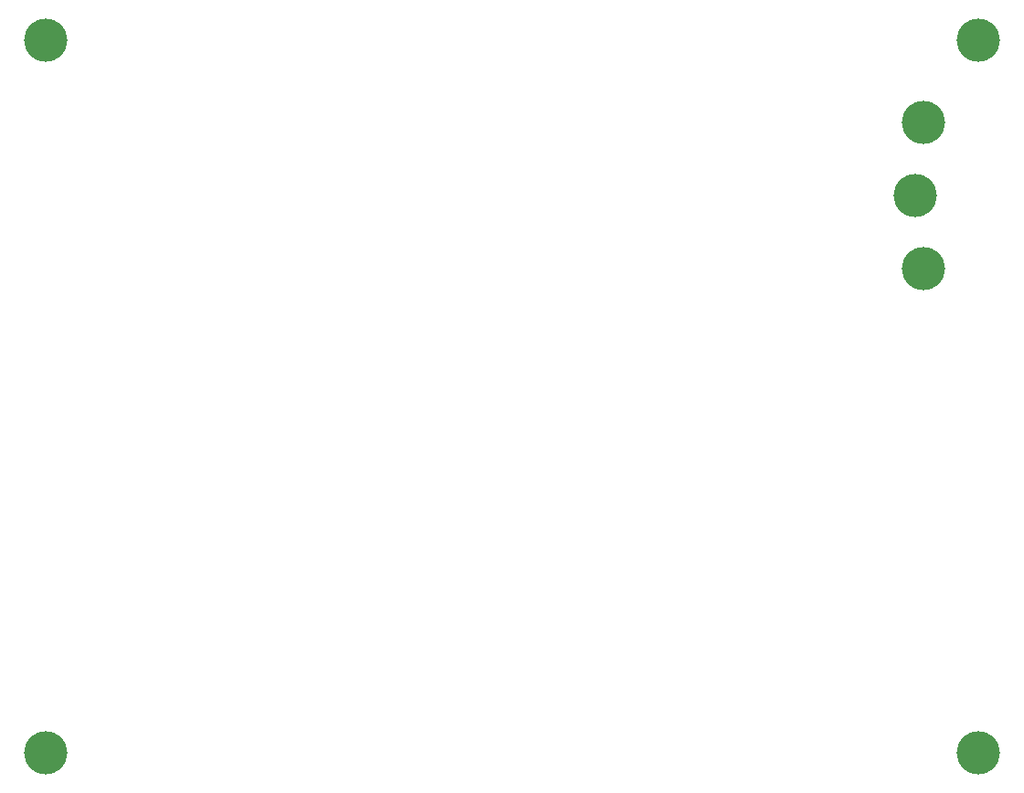
<source format=gbr>
%TF.GenerationSoftware,KiCad,Pcbnew,7.0.6*%
%TF.CreationDate,2023-08-10T21:44:00+02:00*%
%TF.ProjectId,ps2_mouse_to_serial_rev2,7073325f-6d6f-4757-9365-5f746f5f7365,rev?*%
%TF.SameCoordinates,Original*%
%TF.FileFunction,Legend,Bot*%
%TF.FilePolarity,Positive*%
%FSLAX46Y46*%
G04 Gerber Fmt 4.6, Leading zero omitted, Abs format (unit mm)*
G04 Created by KiCad (PCBNEW 7.0.6) date 2023-08-10 21:44:00*
%MOMM*%
%LPD*%
G01*
G04 APERTURE LIST*
%ADD10C,4.000500*%
G04 APERTURE END LIST*
D10*
%TO.C,*%
X27940000Y-27940000D03*
%TD*%
%TO.C,*%
X114300000Y-93980000D03*
%TD*%
%TO.C,*%
X27940000Y-93980000D03*
%TD*%
%TO.C,*%
X114300000Y-27940000D03*
%TD*%
%TO.C,J3*%
X109220000Y-49128680D03*
X108409740Y-42369740D03*
X109220000Y-35610800D03*
%TD*%
M02*

</source>
